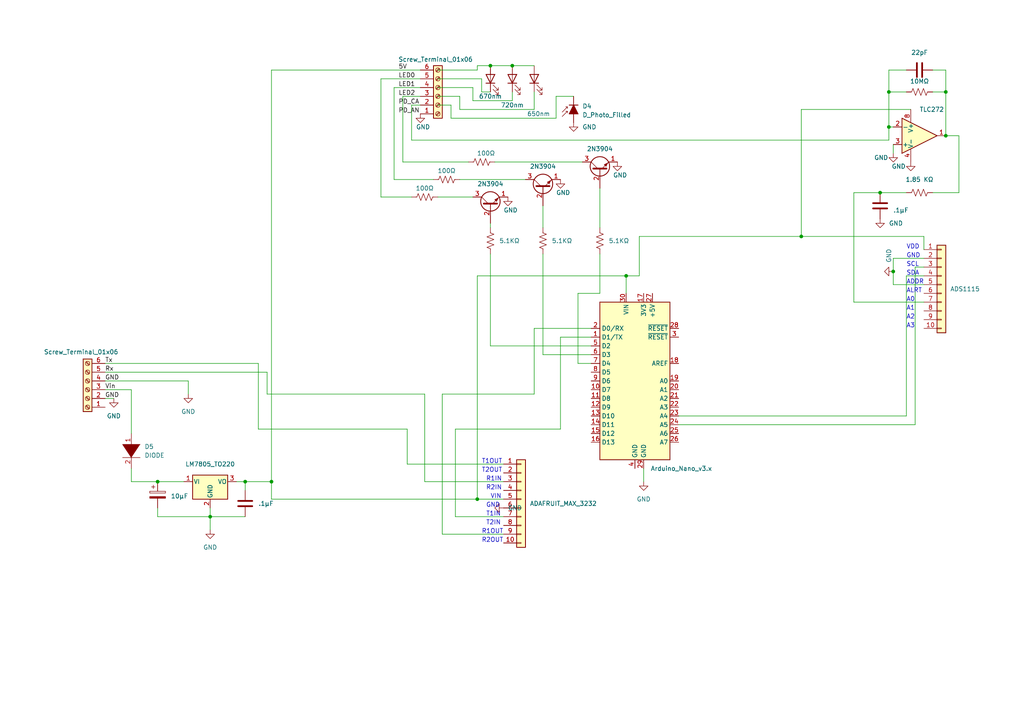
<source format=kicad_sch>
(kicad_sch (version 20211123) (generator eeschema)
  (paper "A4")
  (lib_symbols
    (symbol "Amplifier_Operational:TLC272" (pin_names (offset 0.127))
      (property "Reference" "U" (at 0 5.08 0))
      (property "Value" "TLC272" (at 0 -5.08 0))
      (symbol "TLC272_1_1"
        (polyline (pts (xy -5.08 5.08) (xy 5.08 0) (xy -5.08 -5.08) (xy -5.08 5.08)) (stroke (width 0.254)) (fill (type background)))
        (pin output line (at 7.62 0 180) (length 2.54) (name "~") (number "1"))
        (pin input line (at -7.62 -2.54 0) (length 2.54) (name "-") (number "2"))
        (pin input line (at -7.62 2.54 0) (length 2.54) (name "+") (number "3"))
      )
      (symbol "TLC272_2_1"
        (polyline (pts (xy -5.08 5.08) (xy 5.08 0) (xy -5.08 -5.08) (xy -5.08 5.08)) (stroke (width 0.254)) (fill (type background)))
        (pin input line (at -7.62 2.54 0) (length 2.54) (name "+") (number "5"))
        (pin input line (at -7.62 -2.54 0) (length 2.54) (name "-") (number "6"))
        (pin output line (at 7.62 0 180) (length 2.54) (name "~") (number "7"))
      )
      (symbol "TLC272_3_1"
        (pin power_in line (at -2.54 -7.62 90) (length 3.81) (name "V-") (number "4"))
        (pin power_in line (at -2.54 7.62 270) (length 3.81) (name "V+") (number "8"))
      )
    )
    (symbol "Connector:Screw_Terminal_01x06" (pin_names (offset 1.016) hide)
      (property "Reference" "J" (at 0 7.62 0))
      (property "Value" "Screw_Terminal_01x06" (at 0 -10.16 0))
      (symbol "Screw_Terminal_01x06_1_1"
        (rectangle (start -1.27 6.35) (end 1.27 -8.89) (stroke (width 0.254)) (fill (type background)))
        (circle (center 0 -7.62) (radius 0.635) (stroke (width 0.1524)))
        (circle (center 0 -5.08) (radius 0.635) (stroke (width 0.1524)))
        (circle (center 0 -2.54) (radius 0.635) (stroke (width 0.1524)))
        (polyline (pts (xy -0.5334 -7.2898) (xy 0.3302 -8.128)) (stroke (width 0.1524)))
        (polyline (pts (xy -0.5334 -4.7498) (xy 0.3302 -5.588)) (stroke (width 0.1524)))
        (polyline (pts (xy -0.5334 -2.2098) (xy 0.3302 -3.048)) (stroke (width 0.1524)))
        (polyline (pts (xy -0.5334 0.3302) (xy 0.3302 -0.508)) (stroke (width 0.1524)))
        (polyline (pts (xy -0.5334 2.8702) (xy 0.3302 2.032)) (stroke (width 0.1524)))
        (polyline (pts (xy -0.5334 5.4102) (xy 0.3302 4.572)) (stroke (width 0.1524)))
        (polyline (pts (xy -0.3556 -7.112) (xy 0.508 -7.9502)) (stroke (width 0.1524)))
        (polyline (pts (xy -0.3556 -4.572) (xy 0.508 -5.4102)) (stroke (width 0.1524)))
        (polyline (pts (xy -0.3556 -2.032) (xy 0.508 -2.8702)) (stroke (width 0.1524)))
        (polyline (pts (xy -0.3556 0.508) (xy 0.508 -0.3302)) (stroke (width 0.1524)))
        (polyline (pts (xy -0.3556 3.048) (xy 0.508 2.2098)) (stroke (width 0.1524)))
        (polyline (pts (xy -0.3556 5.588) (xy 0.508 4.7498)) (stroke (width 0.1524)))
        (circle (center 0 0) (radius 0.635) (stroke (width 0.1524)))
        (circle (center 0 2.54) (radius 0.635) (stroke (width 0.1524)))
        (circle (center 0 5.08) (radius 0.635) (stroke (width 0.1524)))
        (pin passive line (at -5.08 5.08 0) (length 3.81) (name "Pin_1") (number "1"))
        (pin passive line (at -5.08 2.54 0) (length 3.81) (name "Pin_2") (number "2"))
        (pin passive line (at -5.08 0 0) (length 3.81) (name "Pin_3") (number "3"))
        (pin passive line (at -5.08 -2.54 0) (length 3.81) (name "Pin_4") (number "4"))
        (pin passive line (at -5.08 -5.08 0) (length 3.81) (name "Pin_5") (number "5"))
        (pin passive line (at -5.08 -7.62 0) (length 3.81) (name "Pin_6") (number "6"))
      )
    )
    (symbol "Connector_Generic:Conn_01x10" (pin_names (offset 1.016) hide)
      (property "Reference" "J" (at 0 12.7 0))
      (property "Value" "Conn_01x10" (at 0 -15.24 0))
      (symbol "Conn_01x10_1_1"
        (rectangle (start -1.27 -12.573) (end 0 -12.827) (stroke (width 0.1524)))
        (rectangle (start -1.27 -10.033) (end 0 -10.287) (stroke (width 0.1524)))
        (rectangle (start -1.27 -7.493) (end 0 -7.747) (stroke (width 0.1524)))
        (rectangle (start -1.27 -4.953) (end 0 -5.207) (stroke (width 0.1524)))
        (rectangle (start -1.27 -2.413) (end 0 -2.667) (stroke (width 0.1524)))
        (rectangle (start -1.27 0.127) (end 0 -0.127) (stroke (width 0.1524)))
        (rectangle (start -1.27 2.667) (end 0 2.413) (stroke (width 0.1524)))
        (rectangle (start -1.27 5.207) (end 0 4.953) (stroke (width 0.1524)))
        (rectangle (start -1.27 7.747) (end 0 7.493) (stroke (width 0.1524)))
        (rectangle (start -1.27 10.287) (end 0 10.033) (stroke (width 0.1524)))
        (rectangle (start -1.27 11.43) (end 1.27 -13.97) (stroke (width 0.254)) (fill (type background)))
        (pin passive line (at -5.08 10.16 0) (length 3.81) (name "Pin_1") (number "1"))
        (pin passive line (at -5.08 -12.7 0) (length 3.81) (name "Pin_10") (number "10"))
        (pin passive line (at -5.08 7.62 0) (length 3.81) (name "Pin_2") (number "2"))
        (pin passive line (at -5.08 5.08 0) (length 3.81) (name "Pin_3") (number "3"))
        (pin passive line (at -5.08 2.54 0) (length 3.81) (name "Pin_4") (number "4"))
        (pin passive line (at -5.08 0 0) (length 3.81) (name "Pin_5") (number "5"))
        (pin passive line (at -5.08 -2.54 0) (length 3.81) (name "Pin_6") (number "6"))
        (pin passive line (at -5.08 -5.08 0) (length 3.81) (name "Pin_7") (number "7"))
        (pin passive line (at -5.08 -7.62 0) (length 3.81) (name "Pin_8") (number "8"))
        (pin passive line (at -5.08 -10.16 0) (length 3.81) (name "Pin_9") (number "9"))
      )
    )
    (symbol "Device:C" (pin_numbers hide) (pin_names (offset 0.254))
      (property "Reference" "C" (at 0.635 2.54 0))
      (property "Value" "C" (at 0.635 -2.54 0))
      (symbol "C_0_1"
        (polyline (pts (xy -2.032 -0.762) (xy 2.032 -0.762)) (stroke (width 0.508)))
        (polyline (pts (xy -2.032 0.762) (xy 2.032 0.762)) (stroke (width 0.508)))
      )
      (symbol "C_1_1"
        (pin passive line (at 0 3.81 270) (length 2.794) (name "~") (number "1"))
        (pin passive line (at 0 -3.81 90) (length 2.794) (name "~") (number "2"))
      )
    )
    (symbol "Device:C_Polarized" (pin_numbers hide) (pin_names (offset 0.254))
      (property "Reference" "C" (at 0.635 2.54 0))
      (property "Value" "C_Polarized" (at 0.635 -2.54 0))
      (symbol "C_Polarized_0_1"
        (rectangle (start -2.286 0.508) (end 2.286 1.016))
        (polyline (pts (xy -1.778 2.286) (xy -0.762 2.286)))
        (polyline (pts (xy -1.27 2.794) (xy -1.27 1.778)))
        (rectangle (start 2.286 -0.508) (end -2.286 -1.016) (fill (type outline)))
      )
      (symbol "C_Polarized_1_1"
        (pin passive line (at 0 3.81 270) (length 2.794) (name "~") (number "1"))
        (pin passive line (at 0 -3.81 90) (length 2.794) (name "~") (number "2"))
      )
    )
    (symbol "Device:D_Photo_Filled" (pin_numbers hide) (pin_names hide)
      (property "Reference" "D" (at 0.508 1.778 0))
      (property "Value" "D_Photo_Filled" (at -1.016 -2.794 0))
      (symbol "D_Photo_Filled_0_1"
        (polyline (pts (xy -2.54 1.27) (xy -2.54 -1.27)) (stroke (width 0.254)))
        (polyline (pts (xy -2.032 1.778) (xy -1.524 1.778)))
        (polyline (pts (xy 0 0) (xy -2.54 0)))
        (polyline (pts (xy -0.508 3.302) (xy -2.032 1.778) (xy -2.032 2.286)))
        (polyline (pts (xy 0 -1.27) (xy 0 1.27) (xy -2.54 0) (xy 0 -1.27)) (stroke (width 0.254)) (fill (type outline)))
        (polyline (pts (xy 0.762 3.302) (xy -0.762 1.778) (xy -0.762 2.286) (xy -0.762 1.778) (xy -0.254 1.778)))
      )
      (symbol "D_Photo_Filled_1_1"
        (pin passive line (at -5.08 0 0) (length 2.54) (name "K") (number "1"))
        (pin passive line (at 2.54 0 180) (length 2.54) (name "A") (number "2"))
      )
    )
    (symbol "Device:LED" (pin_numbers hide) (pin_names (offset 1.016) hide)
      (property "Reference" "D" (at 0 2.54 0))
      (property "Value" "LED" (at 0 -2.54 0))
      (symbol "LED_0_1"
        (polyline (pts (xy -1.27 -1.27) (xy -1.27 1.27)) (stroke (width 0.254)))
        (polyline (pts (xy -1.27 0) (xy 1.27 0)))
        (polyline (pts (xy 1.27 -1.27) (xy 1.27 1.27) (xy -1.27 0) (xy 1.27 -1.27)) (stroke (width 0.254)))
        (polyline (pts (xy -3.048 -0.762) (xy -4.572 -2.286) (xy -3.81 -2.286) (xy -4.572 -2.286) (xy -4.572 -1.524)))
        (polyline (pts (xy -1.778 -0.762) (xy -3.302 -2.286) (xy -2.54 -2.286) (xy -3.302 -2.286) (xy -3.302 -1.524)))
      )
      (symbol "LED_1_1"
        (pin passive line (at -3.81 0 0) (length 2.54) (name "K") (number "1"))
        (pin passive line (at 3.81 0 180) (length 2.54) (name "A") (number "2"))
      )
    )
    (symbol "Device:R_US" (pin_numbers hide) (pin_names (offset 0))
      (property "Reference" "R" (at 2.54 0 90))
      (property "Value" "R_US" (at -2.54 0 90))
      (symbol "R_US_0_1"
        (polyline (pts (xy 0 -2.286) (xy 0 -2.54)))
        (polyline (pts (xy 0 2.286) (xy 0 2.54)))
        (polyline (pts (xy 0 -0.762) (xy 1.016 -1.143) (xy 0 -1.524) (xy -1.016 -1.905) (xy 0 -2.286)))
        (polyline (pts (xy 0 0.762) (xy 1.016 0.381) (xy 0 0) (xy -1.016 -0.381) (xy 0 -0.762)))
        (polyline (pts (xy 0 2.286) (xy 1.016 1.905) (xy 0 1.524) (xy -1.016 1.143) (xy 0 0.762)))
      )
      (symbol "R_US_1_1"
        (pin passive line (at 0 3.81 270) (length 1.27) (name "~") (number "1"))
        (pin passive line (at 0 -3.81 90) (length 1.27) (name "~") (number "2"))
      )
    )
    (symbol "MCU_Module:Arduino_Nano_v3.x"
      (property "Reference" "A" (at -10.16 23.495 0))
      (property "Value" "Arduino_Nano_v3.x" (at 5.08 -24.13 0))
      (symbol "Arduino_Nano_v3.x_0_1"
        (rectangle (start -10.16 22.86) (end 10.16 -22.86) (stroke (width 0.254)) (fill (type background)))
      )
      (symbol "Arduino_Nano_v3.x_1_1"
        (pin bidirectional line (at -12.7 12.7 0) (length 2.54) (name "D1/TX") (number "1"))
        (pin bidirectional line (at -12.7 -2.54 0) (length 2.54) (name "D7") (number "10"))
        (pin bidirectional line (at -12.7 -5.08 0) (length 2.54) (name "D8") (number "11"))
        (pin bidirectional line (at -12.7 -7.62 0) (length 2.54) (name "D9") (number "12"))
        (pin bidirectional line (at -12.7 -10.16 0) (length 2.54) (name "D10") (number "13"))
        (pin bidirectional line (at -12.7 -12.7 0) (length 2.54) (name "D11") (number "14"))
        (pin bidirectional line (at -12.7 -15.24 0) (length 2.54) (name "D12") (number "15"))
        (pin bidirectional line (at -12.7 -17.78 0) (length 2.54) (name "D13") (number "16"))
        (pin power_out line (at 2.54 25.4 270) (length 2.54) (name "3V3") (number "17"))
        (pin input line (at 12.7 5.08 180) (length 2.54) (name "AREF") (number "18"))
        (pin bidirectional line (at 12.7 0 180) (length 2.54) (name "A0") (number "19"))
        (pin bidirectional line (at -12.7 15.24 0) (length 2.54) (name "D0/RX") (number "2"))
        (pin bidirectional line (at 12.7 -2.54 180) (length 2.54) (name "A1") (number "20"))
        (pin bidirectional line (at 12.7 -5.08 180) (length 2.54) (name "A2") (number "21"))
        (pin bidirectional line (at 12.7 -7.62 180) (length 2.54) (name "A3") (number "22"))
        (pin bidirectional line (at 12.7 -10.16 180) (length 2.54) (name "A4") (number "23"))
        (pin bidirectional line (at 12.7 -12.7 180) (length 2.54) (name "A5") (number "24"))
        (pin bidirectional line (at 12.7 -15.24 180) (length 2.54) (name "A6") (number "25"))
        (pin bidirectional line (at 12.7 -17.78 180) (length 2.54) (name "A7") (number "26"))
        (pin power_out line (at 5.08 25.4 270) (length 2.54) (name "+5V") (number "27"))
        (pin input line (at 12.7 15.24 180) (length 2.54) (name "~{RESET}") (number "28"))
        (pin power_in line (at 2.54 -25.4 90) (length 2.54) (name "GND") (number "29"))
        (pin input line (at 12.7 12.7 180) (length 2.54) (name "~{RESET}") (number "3"))
        (pin power_in line (at -2.54 25.4 270) (length 2.54) (name "VIN") (number "30"))
        (pin power_in line (at 0 -25.4 90) (length 2.54) (name "GND") (number "4"))
        (pin bidirectional line (at -12.7 10.16 0) (length 2.54) (name "D2") (number "5"))
        (pin bidirectional line (at -12.7 7.62 0) (length 2.54) (name "D3") (number "6"))
        (pin bidirectional line (at -12.7 5.08 0) (length 2.54) (name "D4") (number "7"))
        (pin bidirectional line (at -12.7 2.54 0) (length 2.54) (name "D5") (number "8"))
        (pin bidirectional line (at -12.7 0 0) (length 2.54) (name "D6") (number "9"))
      )
    )
    (symbol "Regulator_Linear:LM7805_TO220" (pin_names (offset 0.254))
      (property "Reference" "U" (at -3.81 3.175 0))
      (property "Value" "LM7805_TO220" (at 0 3.175 0))
      (symbol "LM7805_TO220_0_1"
        (rectangle (start -5.08 1.905) (end 5.08 -5.08) (stroke (width 0.254)) (fill (type background)))
      )
      (symbol "LM7805_TO220_1_1"
        (pin power_in line (at -7.62 0 0) (length 2.54) (name "VI") (number "1"))
        (pin power_in line (at 0 -7.62 90) (length 2.54) (name "GND") (number "2"))
        (pin power_out line (at 7.62 0 180) (length 2.54) (name "VO") (number "3"))
      )
    )
    (symbol "Transistor_BJT:2N3904" (pin_names (offset 0) hide)
      (property "Reference" "Q" (at 5.08 1.905 0))
      (property "Value" "2N3904" (at 5.08 0 0))
      (symbol "2N3904_0_1"
        (polyline (pts (xy 0.635 0.635) (xy 2.54 2.54)))
        (polyline (pts (xy 0.635 -0.635) (xy 2.54 -2.54) (xy 2.54 -2.54)))
        (polyline (pts (xy 0.635 1.905) (xy 0.635 -1.905) (xy 0.635 -1.905)) (stroke (width 0.508)))
        (polyline (pts (xy 1.27 -1.778) (xy 1.778 -1.27) (xy 2.286 -2.286) (xy 1.27 -1.778) (xy 1.27 -1.778)) (fill (type outline)))
        (circle (center 1.27 0) (radius 2.8194) (stroke (width 0.254)))
      )
      (symbol "2N3904_1_1"
        (pin passive line (at 2.54 -5.08 90) (length 2.54) (name "E") (number "1"))
        (pin passive line (at -5.08 0 0) (length 5.715) (name "B") (number "2"))
        (pin passive line (at 2.54 5.08 270) (length 2.54) (name "C") (number "3"))
      )
    )
    (symbol "power:GND" (power) (pin_names (offset 0))
      (property "Value" "GND" (at 0 -3.81 0))
      (symbol "GND_0_1"
        (polyline (pts (xy 0 0) (xy 0 -1.27) (xy 1.27 -1.27) (xy 0 -2.54) (xy -1.27 -1.27) (xy 0 -1.27)))
      )
      (symbol "GND_1_1"
        (pin power_in line (at 0 0 270) (length 0) hide (name "GND") (number "1"))
      )
    )
    (symbol "pspice:DIODE" (pin_names (offset 1.016) hide)
      (property "Reference" "D" (at 0 3.81 0))
      (property "Value" "DIODE" (at 0 -4.445 0))
      (symbol "DIODE_0_1"
        (polyline (pts (xy 1.905 2.54) (xy 1.905 -2.54)))
        (polyline (pts (xy -1.905 2.54) (xy -1.905 -2.54) (xy 1.905 0)) (fill (type outline)))
      )
      (symbol "DIODE_1_1"
        (pin input line (at -5.08 0 0) (length 3.81) (name "K") (number "1"))
        (pin input line (at 5.08 0 180) (length 3.81) (name "A") (number "2"))
      )
    )
  )
  (junction (at 60.96 149.86))
  (junction (at 45.72 139.7))
  (junction (at 148.59 19.05))
  (junction (at 71.12 139.7))
  (junction (at 142.24 19.05))
  (junction (at 257.81 36.83))
  (junction (at 138.43 144.78))
  (junction (at 274.32 26.67))
  (junction (at 259.08 78.74))
  (junction (at 274.32 39.37))
  (junction (at 78.74 139.7))
  (junction (at 181.61 80.01))
  (junction (at 257.81 26.67))
  (junction (at 255.27 55.88))
  (junction (at 232.41 68.58))
  (wire (pts (xy 60.96 147.32) (xy 60.96 149.86)))
  (wire (pts (xy 259.08 74.93) (xy 259.08 78.74)))
  (wire (pts (xy 262.89 120.65) (xy 196.85 120.65)))
  (wire (pts (xy 30.48 113.03) (xy 38.1 113.03)))
  (wire (pts (xy 181.61 80.01) (xy 185.42 80.01)))
  (wire (pts (xy 60.96 149.86) (xy 71.12 149.86)))
  (wire (pts (xy 114.3 25.4) (xy 114.3 52.07)))
  (wire (pts (xy 130.81 34.29) (xy 161.29 34.29)))
  (wire (pts (xy 132.08 149.86) (xy 146.05 149.86)))
  (wire (pts (xy 74.93 105.41) (xy 74.93 124.46)))
  (wire (pts (xy 186.69 135.89) (xy 186.69 139.7)))
  (wire (pts (xy 110.49 57.15) (xy 119.38 57.15)))
  (wire (pts (xy 232.41 31.75) (xy 232.41 68.58)))
  (wire (pts (xy 77.47 107.95) (xy 77.47 114.3)))
  (wire (pts (xy 162.56 124.46) (xy 162.56 97.79)))
  (wire (pts (xy 128.27 154.94) (xy 146.05 154.94)))
  (wire (pts (xy 255.27 55.88) (xy 262.89 55.88)))
  (wire (pts (xy 30.48 107.95) (xy 77.47 107.95)))
  (wire (pts (xy 74.93 124.46) (xy 118.11 124.46)))
  (wire (pts (xy 114.3 52.07) (xy 125.73 52.07)))
  (wire (pts (xy 278.13 39.37) (xy 278.13 55.88)))
  (wire (pts (xy 154.94 26.67) (xy 154.94 31.75)))
  (wire (pts (xy 154.94 31.75) (xy 133.35 31.75)))
  (wire (pts (xy 185.42 68.58) (xy 232.41 68.58)))
  (wire (pts (xy 247.65 55.88) (xy 247.65 87.63)))
  (wire (pts (xy 259.08 82.55) (xy 267.97 82.55)))
  (wire (pts (xy 130.81 30.48) (xy 130.81 34.29)))
  (wire (pts (xy 138.43 19.05) (xy 142.24 19.05)))
  (wire (pts (xy 157.48 59.69) (xy 157.48 66.04)))
  (wire (pts (xy 118.11 134.62) (xy 146.05 134.62)))
  (wire (pts (xy 133.35 27.94) (xy 127 27.94)))
  (wire (pts (xy 127 20.32) (xy 138.43 20.32)))
  (wire (pts (xy 132.08 124.46) (xy 132.08 149.86)))
  (wire (pts (xy 30.48 115.57) (xy 33.02 115.57)))
  (wire (pts (xy 38.1 135.89) (xy 38.1 139.7)))
  (wire (pts (xy 247.65 55.88) (xy 255.27 55.88)))
  (wire (pts (xy 133.35 52.07) (xy 152.4 52.07)))
  (wire (pts (xy 262.89 80.01) (xy 262.89 120.65)))
  (wire (pts (xy 38.1 139.7) (xy 45.72 139.7)))
  (wire (pts (xy 157.48 73.66) (xy 157.48 102.87)))
  (wire (pts (xy 78.74 20.32) (xy 78.74 139.7)))
  (wire (pts (xy 185.42 68.58) (xy 185.42 80.01)))
  (wire (pts (xy 259.08 44.45) (xy 259.08 41.91)))
  (wire (pts (xy 257.81 26.67) (xy 257.81 36.83)))
  (wire (pts (xy 123.19 139.7) (xy 146.05 139.7)))
  (wire (pts (xy 127 30.48) (xy 130.81 30.48)))
  (wire (pts (xy 138.43 80.01) (xy 138.43 144.78)))
  (wire (pts (xy 257.81 26.67) (xy 257.81 20.32)))
  (wire (pts (xy 123.19 114.3) (xy 123.19 139.7)))
  (wire (pts (xy 161.29 34.29) (xy 161.29 27.94)))
  (wire (pts (xy 127 22.86) (xy 139.7 22.86)))
  (wire (pts (xy 38.1 113.03) (xy 38.1 125.73)))
  (wire (pts (xy 118.11 124.46) (xy 118.11 134.62)))
  (wire (pts (xy 167.64 105.41) (xy 167.64 85.09)))
  (wire (pts (xy 142.24 64.77) (xy 142.24 66.04)))
  (wire (pts (xy 78.74 20.32) (xy 121.92 20.32)))
  (wire (pts (xy 257.81 36.83) (xy 259.08 36.83)))
  (wire (pts (xy 77.47 114.3) (xy 123.19 114.3)))
  (wire (pts (xy 162.56 97.79) (xy 171.45 97.79)))
  (wire (pts (xy 274.32 26.67) (xy 270.51 26.67)))
  (wire (pts (xy 54.61 110.49) (xy 54.61 114.3)))
  (wire (pts (xy 148.59 19.05) (xy 154.94 19.05)))
  (wire (pts (xy 137.16 29.21) (xy 137.16 25.4)))
  (wire (pts (xy 173.99 54.61) (xy 173.99 66.04)))
  (wire (pts (xy 148.59 29.21) (xy 137.16 29.21)))
  (wire (pts (xy 143.51 46.99) (xy 168.91 46.99)))
  (wire (pts (xy 71.12 139.7) (xy 78.74 139.7)))
  (wire (pts (xy 127 57.15) (xy 137.16 57.15)))
  (wire (pts (xy 171.45 105.41) (xy 167.64 105.41)))
  (wire (pts (xy 274.32 39.37) (xy 274.32 26.67)))
  (wire (pts (xy 264.16 31.75) (xy 232.41 31.75)))
  (wire (pts (xy 196.85 123.19) (xy 265.43 123.19)))
  (wire (pts (xy 78.74 144.78) (xy 138.43 144.78)))
  (wire (pts (xy 265.43 77.47) (xy 267.97 77.47)))
  (wire (pts (xy 45.72 147.32) (xy 45.72 149.86)))
  (wire (pts (xy 171.45 95.25) (xy 154.94 95.25)))
  (wire (pts (xy 121.92 22.86) (xy 110.49 22.86)))
  (wire (pts (xy 45.72 149.86) (xy 60.96 149.86)))
  (wire (pts (xy 68.58 139.7) (xy 71.12 139.7)))
  (wire (pts (xy 30.48 105.41) (xy 74.93 105.41)))
  (wire (pts (xy 274.32 39.37) (xy 278.13 39.37)))
  (wire (pts (xy 265.43 77.47) (xy 265.43 123.19)))
  (wire (pts (xy 142.24 26.67) (xy 139.7 26.67)))
  (wire (pts (xy 148.59 26.67) (xy 148.59 29.21)))
  (wire (pts (xy 110.49 22.86) (xy 110.49 57.15)))
  (wire (pts (xy 60.96 149.86) (xy 60.96 153.67)))
  (wire (pts (xy 142.24 73.66) (xy 142.24 100.33)))
  (wire (pts (xy 132.08 124.46) (xy 162.56 124.46)))
  (wire (pts (xy 128.27 114.3) (xy 154.94 114.3)))
  (wire (pts (xy 128.27 114.3) (xy 128.27 154.94)))
  (wire (pts (xy 137.16 25.4) (xy 127 25.4)))
  (wire (pts (xy 116.84 27.94) (xy 116.84 46.99)))
  (wire (pts (xy 161.29 27.94) (xy 166.37 27.94)))
  (wire (pts (xy 138.43 80.01) (xy 181.61 80.01)))
  (wire (pts (xy 119.38 40.64) (xy 257.81 40.64)))
  (wire (pts (xy 270.51 20.32) (xy 274.32 20.32)))
  (wire (pts (xy 257.81 20.32) (xy 262.89 20.32)))
  (wire (pts (xy 133.35 31.75) (xy 133.35 27.94)))
  (wire (pts (xy 173.99 85.09) (xy 173.99 73.66)))
  (wire (pts (xy 257.81 40.64) (xy 257.81 36.83)))
  (wire (pts (xy 119.38 30.48) (xy 121.92 30.48)))
  (wire (pts (xy 142.24 19.05) (xy 148.59 19.05)))
  (wire (pts (xy 116.84 46.99) (xy 135.89 46.99)))
  (wire (pts (xy 45.72 139.7) (xy 53.34 139.7)))
  (wire (pts (xy 142.24 100.33) (xy 171.45 100.33)))
  (wire (pts (xy 78.74 139.7) (xy 78.74 144.78)))
  (wire (pts (xy 121.92 27.94) (xy 116.84 27.94)))
  (wire (pts (xy 119.38 30.48) (xy 119.38 40.64)))
  (wire (pts (xy 167.64 85.09) (xy 173.99 85.09)))
  (wire (pts (xy 30.48 110.49) (xy 54.61 110.49)))
  (wire (pts (xy 138.43 144.78) (xy 146.05 144.78)))
  (wire (pts (xy 232.41 68.58) (xy 267.97 68.58)))
  (wire (pts (xy 270.51 55.88) (xy 278.13 55.88)))
  (wire (pts (xy 267.97 80.01) (xy 262.89 80.01)))
  (wire (pts (xy 262.89 26.67) (xy 257.81 26.67)))
  (wire (pts (xy 247.65 87.63) (xy 267.97 87.63)))
  (wire (pts (xy 138.43 20.32) (xy 138.43 19.05)))
  (wire (pts (xy 274.32 20.32) (xy 274.32 26.67)))
  (wire (pts (xy 157.48 102.87) (xy 171.45 102.87)))
  (wire (pts (xy 139.7 26.67) (xy 139.7 22.86)))
  (wire (pts (xy 267.97 74.93) (xy 259.08 74.93)))
  (wire (pts (xy 181.61 80.01) (xy 181.61 85.09)))
  (wire (pts (xy 71.12 139.7) (xy 71.12 142.24)))
  (wire (pts (xy 154.94 95.25) (xy 154.94 114.3)))
  (wire (pts (xy 121.92 25.4) (xy 114.3 25.4)))
  (wire (pts (xy 267.97 68.58) (xy 267.97 72.39)))
  (wire (pts (xy 259.08 78.74) (xy 259.08 82.55)))
  (text "T1IN\n" (at 140.97 149.86 0) (effects (font (size 1.27 1.27)) (justify left bottom)))
  (text "SDA" (at 262.89 80.01 0) (effects (font (size 1.27 1.27)) (justify left bottom)))
  (text "A1" (at 262.89 90.17 0) (effects (font (size 1.27 1.27)) (justify left bottom)))
  (text "GND" (at 140.97 147.32 0) (effects (font (size 1.27 1.27)) (justify left bottom)))
  (text "GND" (at 262.89 74.93 0) (effects (font (size 1.27 1.27)) (justify left bottom)))
  (text "VIN" (at 142.24 144.78 0) (effects (font (size 1.27 1.27)) (justify left bottom)))
  (text "A0" (at 262.89 87.63 0) (effects (font (size 1.27 1.27)) (justify left bottom)))
  (text "T2IN\n" (at 140.97 152.4 0) (effects (font (size 1.27 1.27)) (justify left bottom)))
  (text "R1OUT\n" (at 139.7 154.94 0) (effects (font (size 1.27 1.27)) (justify left bottom)))
  (text "ADDR" (at 262.89 82.55 0) (effects (font (size 1.27 1.27)) (justify left bottom)))
  (text "R2IN\n" (at 140.97 142.24 0) (effects (font (size 1.27 1.27)) (justify left bottom)))
  (text "A3" (at 262.89 95.25 0) (effects (font (size 1.27 1.27)) (justify left bottom)))
  (text "R2OUT\n" (at 139.7 157.48 0) (effects (font (size 1.27 1.27)) (justify left bottom)))
  (text "T1OUT\n" (at 139.7 134.62 0) (effects (font (size 1.27 1.27)) (justify left bottom)))
  (text "SCL" (at 262.89 77.47 0) (effects (font (size 1.27 1.27)) (justify left bottom)))
  (text "A2" (at 262.89 92.71 0) (effects (font (size 1.27 1.27)) (justify left bottom)))
  (text "VDD" (at 262.89 72.39 0) (effects (font (size 1.27 1.27)) (justify left bottom)))
  (text "ALRT" (at 262.89 85.09 0) (effects (font (size 1.27 1.27)) (justify left bottom)))
  (text "R1IN\n" (at 140.97 139.7 0) (effects (font (size 1.27 1.27)) (justify left bottom)))
  (text "T2OUT\n" (at 139.7 137.16 0) (effects (font (size 1.27 1.27)) (justify left bottom)))
  (label "Tx" (at 30.48 105.41 0))
  (label "GND" (at 30.48 110.49 0))
  (label "LED2" (at 115.57 27.94 0))
  (label "PD_AN" (at 115.57 33.02 0))
  (label "GND" (at 30.48 115.57 0))
  (label "Rx" (at 30.48 107.95 0))
  (label "Vin" (at 30.48 113.03 0))
  (label "LED1" (at 115.57 25.4 0))
  (label "PD_CA" (at 115.57 30.48 0))
  (label "LED0" (at 115.57 22.86 0))
  (label "5V" (at 115.57 20.32 0))
  (symbol (lib_id "power:GND") (at 60.96 153.67 0) (unit 1)
    (property "Reference" "#PWR0104" (effects hide))
    (property "Value" "GND" (at 60.96 158.75 0))
  )
  (symbol (lib_id "power:GND") (at 166.37 35.56 0) (unit 1)
    (property "Reference" "#PWR0107" (effects hide))
    (property "Value" "GND" (at 168.91 36.8299 0) (effects (justify left)))
  )
  (symbol (lib_id "Device:D_Photo_Filled") (at 166.37 33.02 90) (mirror x) (unit 1)
    (property "Reference" "D4" (at 168.91 30.7974 90) (effects (justify right)))
    (property "Value" "D_Photo_Filled" (at 168.91 33.3374 90) (effects (justify right)))
    (property "Footprint" "LED_THT:LED_D5.0mm" (effects hide))
  )
  (symbol (lib_id "power:GND") (at 121.92 33.02 0) (unit 1)
    (property "Reference" "#PWR0110" (effects hide))
    (property "Value" "GND" (at 120.65 36.83 0) (effects (justify left)))
  )
  (symbol (lib_id "power:GND") (at 259.08 78.74 270) (mirror x) (unit 1)
    (property "Reference" "#PWR0106" (effects hide))
    (property "Value" "GND" (at 257.8101 76.2 0) (effects (justify left)))
  )
  (symbol (lib_id "power:GND") (at 264.16 46.99 0) (unit 1)
    (property "Reference" "#PWR0109" (effects hide))
    (property "Value" "GND" (at 262.7 48.2599 0) (effects (justify right)))
  )
  (symbol (lib_id "Device:LED") (at 142.24 22.86 90) (unit 1)
    (property "Reference" "D1" (effects hide))
    (property "Value" "670nm" (at 142.24 27.94 90))
    (property "Footprint" "LED_THT:LED_D4.0mm" (effects hide))
  )
  (symbol (lib_id "power:GND") (at 259.08 44.45 0) (unit 1)
    (property "Reference" "#PWR0108" (effects hide))
    (property "Value" "GND" (at 257.62 45.7199 0) (effects (justify right)))
  )
  (symbol (lib_id "Amplifier_Operational:TLC272") (at 266.7 39.37 0) (mirror x) (unit 1)
    (property "Reference" "U3" (effects hide))
    (property "Value" "TLC272" (at 266.7 31.75 0) (effects (justify left)))
    (property "Footprint" "Package_DIP:DIP-8_W7.62mm" (effects hide))
    (property "Datasheet" "http://www.ti.com/lit/ds/symlink/tlc272.pdf" (effects hide))
  )
  (symbol (lib_id "Connector_Generic:Conn_01x10") (at 151.13 144.78 0) (unit 1)
    (property "Reference" "J3" (effects hide))
    (property "Value" "ADAFRUIT_MAX_3232" (at 153.67 146.0499 0) (effects (justify left)))
    (property "Footprint" "Connector_PinSocket_2.54mm:PinSocket_1x10_P2.54mm_Vertical" (effects hide))
  )
  (symbol (lib_id "power:GND") (at 255.27 63.5 0) (unit 1)
    (property "Reference" "#PWR0111" (effects hide))
    (property "Value" "GND" (at 257.81 64.7699 0) (effects (justify left)))
  )
  (symbol (lib_id "Transistor_BJT:2N3904") (at 173.99 49.53 90) (unit 1)
    (property "Reference" "Q3" (effects hide))
    (property "Value" "2N3904" (at 173.99 43.18 90))
    (property "Footprint" "Package_TO_SOT_THT:TO-92_Inline" (effects hide))
    (property "Datasheet" "https://www.onsemi.com/pub/Collateral/2N3903-D.PDF" (effects hide))
  )
  (symbol (lib_id "Device:C") (at 255.27 59.69 0) (unit 1)
    (property "Reference" "C4" (effects hide))
    (property "Value" ".1µF" (at 259.08 60.9599 0) (effects (justify left)))
    (property "Footprint" "Capacitor_THT:C_Axial_L5.1mm_D3.1mm_P7.50mm_Horizontal" (effects hide))
  )
  (symbol (lib_id "power:GND") (at 179.07 46.99 0) (unit 1)
    (property "Reference" "#PWR0113" (effects hide))
    (property "Value" "GND" (at 177.8 50.8 0) (effects (justify left)))
  )
  (symbol (lib_id "Device:LED") (at 148.59 22.86 90) (unit 1)
    (property "Reference" "D2" (effects hide))
    (property "Value" "720nm" (at 148.59 30.48 90))
    (property "Footprint" "LED_THT:LED_D4.0mm" (effects hide))
  )
  (symbol (lib_id "power:GND") (at 54.61 114.3 0) (unit 1)
    (property "Reference" "#PWR0103" (effects hide))
    (property "Value" "GND" (at 54.61 119.38 0))
  )
  (symbol (lib_id "Device:C") (at 71.12 146.05 180) (unit 1)
    (property "Reference" "C2" (effects hide))
    (property "Value" ".1µF" (at 74.93 146.0499 0) (effects (justify right)))
    (property "Footprint" "Capacitor_THT:C_Axial_L5.1mm_D3.1mm_P7.50mm_Horizontal" (effects hide))
  )
  (symbol (lib_id "Device:R_US") (at 266.7 26.67 270) (unit 1)
    (property "Reference" "R7" (effects hide))
    (property "Value" "10MΩ " (at 266.7 22.86 90) (effects (justify top)))
    (property "Footprint" "Resistor_THT:R_Axial_DIN0207_L6.3mm_D2.5mm_P10.16mm_Horizontal" (effects hide))
  )
  (symbol (lib_id "Device:R_US") (at 129.54 52.07 270) (unit 1)
    (property "Reference" "R5" (effects hide))
    (property "Value" "100Ω " (at 129.54 49.53 90))
    (property "Footprint" "Resistor_THT:R_Axial_DIN0207_L6.3mm_D2.5mm_P10.16mm_Horizontal" (effects hide))
  )
  (symbol (lib_id "power:GND") (at 146.05 147.32 270) (unit 1)
    (property "Reference" "#PWR0112" (effects hide))
    (property "Value" "GND" (at 147.32 147.3199 90) (effects (justify left)))
  )
  (symbol (lib_id "Connector:Screw_Terminal_01x06") (at 127 27.94 0) (mirror x) (unit 1)
    (property "Reference" "J2" (effects hide))
    (property "Value" "Screw_Terminal_01x06" (at 137.16 16.51 0) (effects (justify right bottom)))
    (property "Footprint" "TerminalBlock_Phoenix:TerminalBlock_Phoenix_PT-1,5-6-5.0-H_1x06_P5.00mm_Horizontal" (effects hide))
  )
  (symbol (lib_id "Connector:Screw_Terminal_01x06") (at 25.4 113.03 180) (unit 1)
    (property "Reference" "J1" (effects hide))
    (property "Value" "Screw_Terminal_01x06" (at 12.72 101.36 0) (effects (justify right bottom)))
    (property "Footprint" "TerminalBlock_Phoenix:TerminalBlock_Phoenix_PT-1,5-6-5.0-H_1x06_P5.00mm_Horizontal" (effects hide))
  )
  (symbol (lib_id "Connector_Generic:Conn_01x10") (at 273.05 82.55 0) (unit 1)
    (property "Reference" "J4" (effects hide))
    (property "Value" "ADS1115" (at 275.59 83.8199 0) (effects (justify left)))
    (property "Footprint" "Connector_PinSocket_2.54mm:PinSocket_1x10_P2.54mm_Vertical" (effects hide))
  )
  (symbol (lib_id "Device:R_US") (at 142.24 69.85 0) (unit 1)
    (property "Reference" "R1" (effects hide))
    (property "Value" "5.1KΩ " (at 144.78 69.8499 0) (effects (justify left)))
    (property "Footprint" "Resistor_THT:R_Axial_DIN0207_L6.3mm_D2.5mm_P10.16mm_Horizontal" (effects hide))
  )
  (symbol (lib_id "Device:R_US") (at 139.7 46.99 270) (unit 1)
    (property "Reference" "R6" (effects hide))
    (property "Value" "100Ω " (at 140.97 44.45 90))
    (property "Footprint" "Resistor_THT:R_Axial_DIN0207_L6.3mm_D2.5mm_P10.16mm_Horizontal" (effects hide))
  )
  (symbol (lib_id "power:GND") (at 162.56 52.07 0) (unit 1)
    (property "Reference" "#PWR0105" (effects hide))
    (property "Value" "GND" (at 161.29 55.88 0) (effects (justify left)))
  )
  (symbol (lib_id "Device:R_US") (at 173.99 69.85 0) (unit 1)
    (property "Reference" "R3" (effects hide))
    (property "Value" "5.1KΩ " (at 176.53 69.8499 0) (effects (justify left)))
    (property "Footprint" "Resistor_THT:R_Axial_DIN0207_L6.3mm_D2.5mm_P10.16mm_Horizontal" (effects hide))
  )
  (symbol (lib_id "MCU_Module:Arduino_Nano_v3.x") (at 184.15 110.49 0) (unit 1)
    (property "Reference" "A2" (effects hide))
    (property "Value" "Arduino_Nano_v3.x" (at 188.7094 135.89 0) (effects (justify left)))
    (property "Footprint" "Module:Arduino_Nano" (effects hide))
    (property "Datasheet" "http://www.mouser.com/pdfdocs/Gravitech_Arduino_Nano3_0.pdf" (effects hide))
  )
  (symbol (lib_id "Transistor_BJT:2N3904") (at 157.48 54.61 90) (unit 1)
    (property "Reference" "Q2" (effects hide))
    (property "Value" "2N3904" (at 157.48 48.26 90))
    (property "Footprint" "Package_TO_SOT_THT:TO-92_Inline" (effects hide))
    (property "Datasheet" "https://www.onsemi.com/pub/Collateral/2N3903-D.PDF" (effects hide))
  )
  (symbol (lib_id "Device:R_US") (at 266.7 55.88 270) (unit 1)
    (property "Reference" "R8" (effects hide))
    (property "Value" "1.85 KΩ" (at 266.7 52.07 90))
    (property "Footprint" "Resistor_THT:R_Axial_DIN0207_L6.3mm_D2.5mm_P10.16mm_Horizontal" (effects hide))
  )
  (symbol (lib_id "Amplifier_Operational:TLC272") (at 266.7 39.37 0) (unit 3)
    (property "Reference" "U3" (effects hide))
    (property "Value" "TLC272" (effects hide))
    (property "Footprint" "Package_DIP:DIP-8_W7.62mm" (effects hide))
    (property "Datasheet" "http://www.ti.com/lit/ds/symlink/tlc272.pdf" (effects hide))
  )
  (symbol (lib_id "pspice:DIODE") (at 38.1 130.81 270) (unit 1)
    (property "Reference" "D5" (at 41.91 129.5399 90) (effects (justify left)))
    (property "Value" "DIODE" (at 41.91 132.0799 90) (effects (justify left)))
    (property "Footprint" "Diode_THT:D_DO-41_SOD81_P5.08mm_Vertical_AnodeUp" (effects hide))
  )
  (symbol (lib_id "Device:R_US") (at 123.19 57.15 270) (unit 1)
    (property "Reference" "R4" (effects hide))
    (property "Value" "100Ω " (at 123.19 54.61 90))
    (property "Footprint" "Resistor_THT:R_Axial_DIN0207_L6.3mm_D2.5mm_P10.16mm_Horizontal" (effects hide))
  )
  (symbol (lib_id "Device:C") (at 266.7 20.32 90) (unit 1)
    (property "Reference" "C3" (effects hide))
    (property "Value" "22pF" (at 266.7 15.24 90))
    (property "Footprint" "Capacitor_THT:C_Axial_L5.1mm_D3.1mm_P7.50mm_Horizontal" (effects hide))
  )
  (symbol (lib_id "Device:LED") (at 154.94 22.86 90) (unit 1)
    (property "Reference" "D3" (effects hide))
    (property "Value" "650nm" (at 156.21 33.02 90))
    (property "Footprint" "LED_THT:LED_D4.0mm" (effects hide))
  )
  (symbol (lib_id "Regulator_Linear:LM7805_TO220") (at 60.96 139.7 0) (unit 1)
    (property "Reference" "A1" (effects hide))
    (property "Value" "LM7805_TO220" (at 60.96 134.62 0))
    (property "Footprint" "Package_TO_SOT_THT:TO-220-3_Vertical" (effects hide))
    (property "Datasheet" "https://www.onsemi.cn/PowerSolutions/document/MC7800-D.PDF" (effects hide))
  )
  (symbol (lib_id "Transistor_BJT:2N3904") (at 142.24 59.69 90) (unit 1)
    (property "Reference" "Q1" (effects hide))
    (property "Value" "2N3904" (at 142.24 53.34 90))
    (property "Footprint" "Package_TO_SOT_THT:TO-92_Inline" (effects hide))
    (property "Datasheet" "https://www.onsemi.com/pub/Collateral/2N3903-D.PDF" (effects hide))
  )
  (symbol (lib_id "power:GND") (at 186.69 139.7 0) (unit 1)
    (property "Reference" "#PWR0101" (effects hide))
    (property "Value" "GND" (at 186.69 144.78 0))
  )
  (symbol (lib_id "power:GND") (at 147.32 57.15 0) (unit 1)
    (property "Reference" "#PWR0114" (effects hide))
    (property "Value" "GND" (at 146.05 60.96 0) (effects (justify left)))
  )
  (symbol (lib_id "power:GND") (at 33.02 115.57 0) (unit 1)
    (property "Reference" "#PWR0102" (effects hide))
    (property "Value" "GND" (at 33.02 120.65 0))
  )
  (symbol (lib_id "Device:R_US") (at 157.48 69.85 0) (unit 1)
    (property "Reference" "R2" (effects hide))
    (property "Value" "5.1KΩ " (at 160.02 69.8499 0) (effects (justify left)))
    (property "Footprint" "Resistor_THT:R_Axial_DIN0207_L6.3mm_D2.5mm_P10.16mm_Horizontal" (effects hide))
  )
  (symbol (lib_id "Device:C_Polarized") (at 45.72 143.51 0) (unit 1)
    (property "Reference" "C1" (effects hide))
    (property "Value" "10µF" (at 49.53 143.8909 0) (effects (justify left)))
    (property "Footprint" "Capacitor_THT:CP_Radial_D5.0mm_P2.00mm" (effects hide))
  )
)
</source>
